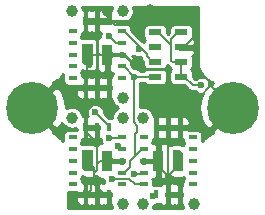
<source format=gbr>
G04 #@! TF.GenerationSoftware,KiCad,Pcbnew,(5.1.0-0)*
G04 #@! TF.CreationDate,2019-06-18T08:50:15-07:00*
G04 #@! TF.ProjectId,airdata,61697264-6174-4612-9e6b-696361645f70,rev?*
G04 #@! TF.SameCoordinates,Original*
G04 #@! TF.FileFunction,Copper,L1,Top*
G04 #@! TF.FilePolarity,Positive*
%FSLAX46Y46*%
G04 Gerber Fmt 4.6, Leading zero omitted, Abs format (unit mm)*
G04 Created by KiCad (PCBNEW (5.1.0-0)) date 2019-06-18 08:50:15*
%MOMM*%
%LPD*%
G04 APERTURE LIST*
%ADD10C,0.700000*%
%ADD11C,4.400000*%
%ADD12R,0.900000X1.800000*%
%ADD13C,0.500000*%
%ADD14C,0.100000*%
%ADD15C,1.000000*%
%ADD16R,0.400000X0.750000*%
%ADD17R,0.750000X0.400000*%
%ADD18R,1.100000X0.600000*%
%ADD19C,0.600000*%
%ADD20C,0.800000*%
%ADD21C,0.160000*%
%ADD22C,0.250000*%
%ADD23C,0.254000*%
G04 APERTURE END LIST*
D10*
X50666726Y-51833274D03*
X49500000Y-51350000D03*
X48333274Y-51833274D03*
X47850000Y-53000000D03*
X48333274Y-54166726D03*
X49500000Y-54650000D03*
X50666726Y-54166726D03*
X51150000Y-53000000D03*
D11*
X49500000Y-53000000D03*
D10*
X33666726Y-51833274D03*
X32500000Y-51350000D03*
X31333274Y-51833274D03*
X30850000Y-53000000D03*
X31333274Y-54166726D03*
X32500000Y-54650000D03*
X33666726Y-54166726D03*
X34150000Y-53000000D03*
D11*
X32500000Y-53000000D03*
D12*
X38850000Y-48500000D03*
D13*
X37150000Y-48500000D03*
D14*
G36*
X37600000Y-47600000D02*
G01*
X37600000Y-49400000D01*
X37000000Y-49400000D01*
X36700000Y-49100000D01*
X36700000Y-47600000D01*
X37600000Y-47600000D01*
X37600000Y-47600000D01*
G37*
D15*
X40150000Y-52150000D03*
X40150000Y-44850000D03*
X35850000Y-44850000D03*
D16*
X37000000Y-51325000D03*
X38000000Y-51325000D03*
X39000000Y-51325000D03*
X39000000Y-45675000D03*
X38000000Y-45675000D03*
X37000000Y-45675000D03*
D17*
X40075000Y-50500000D03*
X40075000Y-49500000D03*
X40075000Y-48500000D03*
X40075000Y-47500000D03*
X40075000Y-46500000D03*
X35925000Y-46500000D03*
X35925000Y-47500000D03*
X35925000Y-48500000D03*
X35925000Y-49500000D03*
X35925000Y-50500000D03*
D12*
X38850000Y-57500000D03*
D13*
X37150000Y-57500000D03*
D14*
G36*
X37600000Y-56600000D02*
G01*
X37600000Y-58400000D01*
X37000000Y-58400000D01*
X36700000Y-58100000D01*
X36700000Y-56600000D01*
X37600000Y-56600000D01*
X37600000Y-56600000D01*
G37*
D15*
X40150000Y-61150000D03*
X40150000Y-53850000D03*
X35850000Y-53850000D03*
D16*
X37000000Y-60325000D03*
X38000000Y-60325000D03*
X39000000Y-60325000D03*
X39000000Y-54675000D03*
X38000000Y-54675000D03*
X37000000Y-54675000D03*
D17*
X40075000Y-59500000D03*
X40075000Y-58500000D03*
X40075000Y-57500000D03*
X40075000Y-56500000D03*
X40075000Y-55500000D03*
X35925000Y-55500000D03*
X35925000Y-56500000D03*
X35925000Y-57500000D03*
X35925000Y-58500000D03*
X35925000Y-59500000D03*
X46075000Y-55500000D03*
X46075000Y-56500000D03*
X46075000Y-57500000D03*
X46075000Y-58500000D03*
X46075000Y-59500000D03*
X41925000Y-59500000D03*
X41925000Y-58500000D03*
X41925000Y-57500000D03*
X41925000Y-56500000D03*
X41925000Y-55500000D03*
D16*
X45000000Y-60325000D03*
X44000000Y-60325000D03*
X43000000Y-60325000D03*
X43000000Y-54675000D03*
X44000000Y-54675000D03*
X45000000Y-54675000D03*
D15*
X46150000Y-61150000D03*
X41850000Y-61150000D03*
X41850000Y-53850000D03*
D13*
X44850000Y-57500000D03*
D14*
G36*
X44400000Y-58400000D02*
G01*
X44400000Y-56600000D01*
X45000000Y-56600000D01*
X45300000Y-56900000D01*
X45300000Y-58400000D01*
X44400000Y-58400000D01*
X44400000Y-58400000D01*
G37*
D12*
X43150000Y-57500000D03*
D18*
X42900000Y-47875000D03*
X42900000Y-46625000D03*
X42900000Y-49125000D03*
X42900000Y-50375000D03*
X45100000Y-50375000D03*
X45100000Y-49125000D03*
X45100000Y-46625000D03*
X45100000Y-47875000D03*
D19*
X41500000Y-48000000D03*
X39000000Y-55550060D03*
X39250000Y-59000000D03*
X46800000Y-51100000D03*
X39000000Y-46900000D03*
X39750000Y-56249974D03*
X41087131Y-58612869D03*
X46400000Y-46200000D03*
X37300000Y-49400000D03*
X36200000Y-51400000D03*
X44000000Y-58770002D03*
X45082446Y-59572714D03*
X43250000Y-52000000D03*
X39000000Y-53250000D03*
X37500000Y-59250000D03*
D20*
X42500000Y-44675026D03*
X38800000Y-44900000D03*
D19*
X41125000Y-50375000D03*
X37839988Y-53400000D03*
X42750000Y-60500000D03*
D21*
X42650000Y-49125000D02*
X42900000Y-49125000D01*
X42190000Y-48665000D02*
X42650000Y-49125000D01*
X42190000Y-48440000D02*
X42190000Y-48665000D01*
X41625000Y-47875000D02*
X41500000Y-48000000D01*
X40250000Y-46500000D02*
X41625000Y-47875000D01*
X41625000Y-47875000D02*
X42190000Y-48440000D01*
X39424264Y-55550060D02*
X39000000Y-55550060D01*
X40199940Y-55550060D02*
X39424264Y-55550060D01*
X40250000Y-55500000D02*
X40199940Y-55550060D01*
X39269999Y-59019999D02*
X39250000Y-59000000D01*
X40674001Y-59019999D02*
X39269999Y-59019999D01*
X41154002Y-59500000D02*
X40674001Y-59019999D01*
X41750000Y-59500000D02*
X41154002Y-59500000D01*
X45350000Y-50375000D02*
X46075000Y-51100000D01*
X46075000Y-51100000D02*
X46800000Y-51100000D01*
X45100000Y-50375000D02*
X45350000Y-50375000D01*
X45100000Y-50375000D02*
X45100000Y-49125000D01*
X44850000Y-46625000D02*
X45100000Y-46625000D01*
X44269999Y-47205001D02*
X44850000Y-46625000D01*
X44390000Y-49125000D02*
X44269999Y-49004999D01*
X45100000Y-49125000D02*
X44390000Y-49125000D01*
X44155001Y-47630001D02*
X44269999Y-47630001D01*
X43150000Y-46625000D02*
X44155001Y-47630001D01*
X42900000Y-46625000D02*
X43150000Y-46625000D01*
X44269999Y-47630001D02*
X44269999Y-47205001D01*
X44269999Y-49004999D02*
X44269999Y-47630001D01*
X39600000Y-47500000D02*
X39000000Y-46900000D01*
X40250000Y-47500000D02*
X39600000Y-47500000D01*
X40200027Y-56549973D02*
X40049999Y-56549973D01*
X40049999Y-56549973D02*
X39750000Y-56249974D01*
X40250000Y-56500000D02*
X40200027Y-56549973D01*
X41511395Y-58612869D02*
X41087131Y-58612869D01*
X41637131Y-58612869D02*
X41511395Y-58612869D01*
X41750000Y-58500000D02*
X41637131Y-58612869D01*
X45350000Y-47875000D02*
X45100000Y-47875000D01*
X46100001Y-47124999D02*
X45350000Y-47875000D01*
X46100001Y-46499999D02*
X46100001Y-47124999D01*
X46400000Y-46200000D02*
X46100001Y-46499999D01*
X37300000Y-48650000D02*
X37150000Y-48500000D01*
X37300000Y-49400000D02*
X37300000Y-48650000D01*
X40250000Y-48500000D02*
X38850000Y-48500000D01*
X36900000Y-51400000D02*
X37000000Y-51500000D01*
X36200000Y-51400000D02*
X36900000Y-51400000D01*
X45000000Y-60500000D02*
X45082446Y-60417554D01*
X45082446Y-59996978D02*
X45082446Y-59572714D01*
X45082446Y-60417554D02*
X45082446Y-59996978D01*
X44850000Y-57920002D02*
X44850000Y-57500000D01*
X44000000Y-58770002D02*
X44850000Y-57920002D01*
X43150000Y-57920002D02*
X43150000Y-57500000D01*
X44000000Y-58770002D02*
X43150000Y-57920002D01*
X44000000Y-58770002D02*
X44000000Y-60500000D01*
X44802712Y-59572714D02*
X44000000Y-58770002D01*
X45082446Y-59572714D02*
X44802712Y-59572714D01*
X43150000Y-54650000D02*
X43000000Y-54500000D01*
X43150000Y-57500000D02*
X43150000Y-54650000D01*
X43000000Y-52250000D02*
X43250000Y-52000000D01*
X43000000Y-54500000D02*
X43000000Y-52250000D01*
X44000000Y-58770002D02*
X44000000Y-54500000D01*
X44000000Y-52750000D02*
X43250000Y-52000000D01*
X44000000Y-54500000D02*
X44000000Y-52750000D01*
X45000000Y-53750000D02*
X43250000Y-52000000D01*
X45000000Y-54500000D02*
X45000000Y-53750000D01*
X38240000Y-57500000D02*
X38850000Y-57500000D01*
X38000000Y-57740000D02*
X38240000Y-57500000D01*
X38850000Y-57500000D02*
X40250000Y-57500000D01*
X38000000Y-58250000D02*
X38000000Y-57740000D01*
X37000000Y-55000000D02*
X38000000Y-56000000D01*
X37000000Y-54500000D02*
X37000000Y-55000000D01*
X38000000Y-56000000D02*
X38000000Y-58250000D01*
X38000000Y-54500000D02*
X38000000Y-56000000D01*
X37000000Y-51500000D02*
X37000000Y-54500000D01*
X37150000Y-51350000D02*
X37000000Y-51500000D01*
X37150000Y-48500000D02*
X37150000Y-51350000D01*
X38000000Y-48260000D02*
X38000000Y-45500000D01*
X38240000Y-48500000D02*
X38000000Y-48260000D01*
X38850000Y-48500000D02*
X38240000Y-48500000D01*
X37700000Y-48500000D02*
X38850000Y-48500000D01*
X37150000Y-48500000D02*
X37700000Y-48500000D01*
X46400000Y-46200000D02*
X46400000Y-49650000D01*
X46400000Y-49650000D02*
X47500000Y-50750000D01*
X47500000Y-51000000D02*
X49500000Y-53000000D01*
X47500000Y-50750000D02*
X47500000Y-51000000D01*
X47500000Y-51000000D02*
X47500000Y-51250000D01*
X47500000Y-51250000D02*
X46750000Y-52000000D01*
X39519999Y-46019999D02*
X41230001Y-46019999D01*
X39000000Y-45500000D02*
X39519999Y-46019999D01*
X41230001Y-46019999D02*
X42000000Y-45250000D01*
X42000000Y-45250000D02*
X45450000Y-45250000D01*
X34100000Y-51400000D02*
X32500000Y-53000000D01*
X36200000Y-51400000D02*
X34100000Y-51400000D01*
X37000000Y-51500000D02*
X38000000Y-51500000D01*
X38000000Y-51500000D02*
X39000000Y-51500000D01*
X39000000Y-53250000D02*
X39000000Y-51500000D01*
X37000000Y-45500000D02*
X38000000Y-45500000D01*
X38000000Y-45500000D02*
X39000000Y-45500000D01*
X38000000Y-59750000D02*
X37799999Y-59549999D01*
X37150000Y-57500000D02*
X37750000Y-58100000D01*
X38000000Y-58250000D02*
X37750000Y-58500000D01*
X37799999Y-58950001D02*
X37500000Y-59250000D01*
X38000000Y-60500000D02*
X38000000Y-59750000D01*
X37750000Y-58100000D02*
X37750000Y-58825736D01*
X37750000Y-58500000D02*
X37750000Y-58825736D01*
X39000000Y-60500000D02*
X38750000Y-60500000D01*
X37799999Y-59549999D02*
X37500000Y-59250000D01*
X38750000Y-60500000D02*
X37799999Y-59549999D01*
X37799999Y-58875735D02*
X37799999Y-58950001D01*
X37000000Y-60500000D02*
X37500000Y-60000000D01*
X37500000Y-60000000D02*
X37500000Y-59674264D01*
X37500000Y-59674264D02*
X37500000Y-59250000D01*
X37750000Y-58825736D02*
X37799999Y-58875735D01*
D22*
X41500000Y-49750000D02*
X43850000Y-49750000D01*
X40250000Y-48500000D02*
X41500000Y-49750000D01*
X43850000Y-49750000D02*
X44100000Y-50000000D01*
D21*
X44100000Y-52000000D02*
X43250000Y-52000000D01*
D22*
X44100000Y-50000000D02*
X44100000Y-52000000D01*
D21*
X46750000Y-52000000D02*
X44100000Y-52000000D01*
D22*
X46400000Y-46200000D02*
X45450000Y-45250000D01*
X44875026Y-44675026D02*
X43065685Y-44675026D01*
X43065685Y-44675026D02*
X42500000Y-44675026D01*
X45450000Y-45250000D02*
X44875026Y-44675026D01*
X39175001Y-45675001D02*
X39000000Y-45500000D01*
X41500025Y-45675001D02*
X39175001Y-45675001D01*
X42500000Y-44675026D02*
X41500025Y-45675001D01*
X39000000Y-45100000D02*
X38800000Y-44900000D01*
X39000000Y-45500000D02*
X39000000Y-45100000D01*
X38000000Y-45500000D02*
X38000000Y-51500000D01*
D21*
X40730001Y-58019999D02*
X40730001Y-57519999D01*
X40250000Y-58500000D02*
X40730001Y-58019999D01*
X41175000Y-57075000D02*
X41750000Y-56500000D01*
X40730001Y-57519999D02*
X41175000Y-57075000D01*
X41125000Y-50375000D02*
X42900000Y-50375000D01*
X40250000Y-49500000D02*
X41125000Y-50375000D01*
X41125000Y-50375000D02*
X41125000Y-50799264D01*
X41380002Y-54521598D02*
X41380002Y-55019999D01*
X41380002Y-55019999D02*
X41175000Y-55225001D01*
X41069999Y-50854265D02*
X41069999Y-54211595D01*
X41069999Y-54211595D02*
X41380002Y-54521598D01*
X41125000Y-50799264D02*
X41069999Y-50854265D01*
X41175000Y-55225001D02*
X41175000Y-57075000D01*
X39000000Y-54500000D02*
X38939988Y-54500000D01*
X38939988Y-54500000D02*
X38139987Y-53699999D01*
X38139987Y-53699999D02*
X37839988Y-53400000D01*
X42750000Y-60500000D02*
X43000000Y-60500000D01*
D23*
G36*
X37948815Y-58851185D02*
G01*
X38045506Y-58930537D01*
X38155820Y-58989502D01*
X38275518Y-59025812D01*
X38400000Y-59038072D01*
X38515000Y-59035921D01*
X38515000Y-59072391D01*
X38543246Y-59214391D01*
X38598508Y-59347806D01*
X38542374Y-59366249D01*
X38500000Y-59390163D01*
X38457626Y-59366249D01*
X38338791Y-59327206D01*
X38231750Y-59315000D01*
X38073000Y-59473750D01*
X38073000Y-60198000D01*
X38927000Y-60198000D01*
X38927000Y-60178000D01*
X39073000Y-60178000D01*
X39073000Y-60198000D01*
X39147000Y-60198000D01*
X39147000Y-60452000D01*
X39073000Y-60452000D01*
X39073000Y-61176250D01*
X39231750Y-61335000D01*
X39233443Y-61334807D01*
X39250932Y-61422729D01*
X39278796Y-61490000D01*
X35510000Y-61490000D01*
X35510000Y-60685377D01*
X36162096Y-60685377D01*
X36171500Y-60810107D01*
X36205057Y-60930605D01*
X36261478Y-61042242D01*
X36338593Y-61140726D01*
X36433440Y-61222274D01*
X36542374Y-61283751D01*
X36661209Y-61322794D01*
X36768250Y-61335000D01*
X36927000Y-61176250D01*
X36927000Y-60452000D01*
X37073000Y-60452000D01*
X37073000Y-61176250D01*
X37231750Y-61335000D01*
X37338791Y-61322794D01*
X37457626Y-61283751D01*
X37500000Y-61259837D01*
X37542374Y-61283751D01*
X37661209Y-61322794D01*
X37768250Y-61335000D01*
X37927000Y-61176250D01*
X37927000Y-60452000D01*
X38073000Y-60452000D01*
X38073000Y-61176250D01*
X38231750Y-61335000D01*
X38338791Y-61322794D01*
X38457626Y-61283751D01*
X38500000Y-61259837D01*
X38542374Y-61283751D01*
X38661209Y-61322794D01*
X38768250Y-61335000D01*
X38927000Y-61176250D01*
X38927000Y-60452000D01*
X38073000Y-60452000D01*
X37927000Y-60452000D01*
X37073000Y-60452000D01*
X36927000Y-60452000D01*
X36323750Y-60452000D01*
X36165000Y-60610750D01*
X36162096Y-60685377D01*
X35510000Y-60685377D01*
X35510000Y-60133164D01*
X35550000Y-60137104D01*
X36262854Y-60137104D01*
X36323750Y-60198000D01*
X36927000Y-60198000D01*
X36927000Y-59473750D01*
X37073000Y-59473750D01*
X37073000Y-60198000D01*
X37927000Y-60198000D01*
X37927000Y-59473750D01*
X37768250Y-59315000D01*
X37661209Y-59327206D01*
X37542374Y-59366249D01*
X37500000Y-59390163D01*
X37457626Y-59366249D01*
X37338791Y-59327206D01*
X37231750Y-59315000D01*
X37073000Y-59473750D01*
X36927000Y-59473750D01*
X36768250Y-59315000D01*
X36737104Y-59318552D01*
X36737104Y-59300000D01*
X36728705Y-59214725D01*
X36703831Y-59132728D01*
X36663439Y-59057158D01*
X36616530Y-59000000D01*
X36663439Y-58942842D01*
X36703831Y-58867272D01*
X36716768Y-58824624D01*
X36804656Y-58871602D01*
X36900415Y-58900650D01*
X37000000Y-58910458D01*
X37600000Y-58910458D01*
X37699585Y-58900650D01*
X37795344Y-58871602D01*
X37883595Y-58824430D01*
X37909447Y-58803214D01*
X37948815Y-58851185D01*
X37948815Y-58851185D01*
G37*
X37948815Y-58851185D02*
X38045506Y-58930537D01*
X38155820Y-58989502D01*
X38275518Y-59025812D01*
X38400000Y-59038072D01*
X38515000Y-59035921D01*
X38515000Y-59072391D01*
X38543246Y-59214391D01*
X38598508Y-59347806D01*
X38542374Y-59366249D01*
X38500000Y-59390163D01*
X38457626Y-59366249D01*
X38338791Y-59327206D01*
X38231750Y-59315000D01*
X38073000Y-59473750D01*
X38073000Y-60198000D01*
X38927000Y-60198000D01*
X38927000Y-60178000D01*
X39073000Y-60178000D01*
X39073000Y-60198000D01*
X39147000Y-60198000D01*
X39147000Y-60452000D01*
X39073000Y-60452000D01*
X39073000Y-61176250D01*
X39231750Y-61335000D01*
X39233443Y-61334807D01*
X39250932Y-61422729D01*
X39278796Y-61490000D01*
X35510000Y-61490000D01*
X35510000Y-60685377D01*
X36162096Y-60685377D01*
X36171500Y-60810107D01*
X36205057Y-60930605D01*
X36261478Y-61042242D01*
X36338593Y-61140726D01*
X36433440Y-61222274D01*
X36542374Y-61283751D01*
X36661209Y-61322794D01*
X36768250Y-61335000D01*
X36927000Y-61176250D01*
X36927000Y-60452000D01*
X37073000Y-60452000D01*
X37073000Y-61176250D01*
X37231750Y-61335000D01*
X37338791Y-61322794D01*
X37457626Y-61283751D01*
X37500000Y-61259837D01*
X37542374Y-61283751D01*
X37661209Y-61322794D01*
X37768250Y-61335000D01*
X37927000Y-61176250D01*
X37927000Y-60452000D01*
X38073000Y-60452000D01*
X38073000Y-61176250D01*
X38231750Y-61335000D01*
X38338791Y-61322794D01*
X38457626Y-61283751D01*
X38500000Y-61259837D01*
X38542374Y-61283751D01*
X38661209Y-61322794D01*
X38768250Y-61335000D01*
X38927000Y-61176250D01*
X38927000Y-60452000D01*
X38073000Y-60452000D01*
X37927000Y-60452000D01*
X37073000Y-60452000D01*
X36927000Y-60452000D01*
X36323750Y-60452000D01*
X36165000Y-60610750D01*
X36162096Y-60685377D01*
X35510000Y-60685377D01*
X35510000Y-60133164D01*
X35550000Y-60137104D01*
X36262854Y-60137104D01*
X36323750Y-60198000D01*
X36927000Y-60198000D01*
X36927000Y-59473750D01*
X37073000Y-59473750D01*
X37073000Y-60198000D01*
X37927000Y-60198000D01*
X37927000Y-59473750D01*
X37768250Y-59315000D01*
X37661209Y-59327206D01*
X37542374Y-59366249D01*
X37500000Y-59390163D01*
X37457626Y-59366249D01*
X37338791Y-59327206D01*
X37231750Y-59315000D01*
X37073000Y-59473750D01*
X36927000Y-59473750D01*
X36768250Y-59315000D01*
X36737104Y-59318552D01*
X36737104Y-59300000D01*
X36728705Y-59214725D01*
X36703831Y-59132728D01*
X36663439Y-59057158D01*
X36616530Y-59000000D01*
X36663439Y-58942842D01*
X36703831Y-58867272D01*
X36716768Y-58824624D01*
X36804656Y-58871602D01*
X36900415Y-58900650D01*
X37000000Y-58910458D01*
X37600000Y-58910458D01*
X37699585Y-58900650D01*
X37795344Y-58871602D01*
X37883595Y-58824430D01*
X37909447Y-58803214D01*
X37948815Y-58851185D01*
G36*
X43904078Y-49370920D02*
G01*
X43923726Y-49387045D01*
X44007954Y-49471273D01*
X44024079Y-49490921D01*
X44102497Y-49555278D01*
X44141226Y-49575979D01*
X44146169Y-49592272D01*
X44186561Y-49667842D01*
X44240921Y-49734079D01*
X44260321Y-49750000D01*
X44240921Y-49765921D01*
X44186561Y-49832158D01*
X44146169Y-49907728D01*
X44121295Y-49989725D01*
X44112896Y-50075000D01*
X44112896Y-50675000D01*
X44121295Y-50760275D01*
X44146169Y-50842272D01*
X44186561Y-50917842D01*
X44240921Y-50984079D01*
X44307158Y-51038439D01*
X44382728Y-51078831D01*
X44464725Y-51103705D01*
X44550000Y-51112104D01*
X45358784Y-51112104D01*
X45692959Y-51446279D01*
X45709079Y-51465921D01*
X45728721Y-51482041D01*
X45728724Y-51482044D01*
X45787496Y-51530278D01*
X45876964Y-51578099D01*
X45899282Y-51584869D01*
X45974043Y-51607548D01*
X46049707Y-51615000D01*
X46049717Y-51615000D01*
X46075000Y-51617490D01*
X46100282Y-51615000D01*
X46275553Y-51615000D01*
X46331465Y-51670912D01*
X46451847Y-51751348D01*
X46585609Y-51806754D01*
X46727609Y-51835000D01*
X46872391Y-51835000D01*
X46913581Y-51826807D01*
X46862359Y-51923877D01*
X46703099Y-52459133D01*
X46651322Y-53015174D01*
X46709019Y-53570632D01*
X46873972Y-54104161D01*
X47122982Y-54570024D01*
X47510225Y-54810170D01*
X49320395Y-53000000D01*
X49306253Y-52985858D01*
X49485858Y-52806253D01*
X49500000Y-52820395D01*
X49514143Y-52806253D01*
X49693748Y-52985858D01*
X49679605Y-53000000D01*
X49693748Y-53014143D01*
X49514143Y-53193748D01*
X49500000Y-53179605D01*
X47689830Y-54989775D01*
X47775367Y-55127706D01*
X47767916Y-55130013D01*
X47725269Y-55147940D01*
X47682446Y-55165242D01*
X47676167Y-55168580D01*
X47676158Y-55168584D01*
X47676151Y-55168589D01*
X47418642Y-55307824D01*
X47380326Y-55333669D01*
X47341644Y-55358981D01*
X47336125Y-55363482D01*
X47110558Y-55550087D01*
X47077969Y-55582904D01*
X47044962Y-55615227D01*
X47040428Y-55620708D01*
X47040422Y-55620714D01*
X47040418Y-55620721D01*
X46862416Y-55838972D01*
X46878705Y-55785275D01*
X46887104Y-55700000D01*
X46887104Y-55300000D01*
X46878705Y-55214725D01*
X46853831Y-55132728D01*
X46813439Y-55057158D01*
X46759079Y-54990921D01*
X46692842Y-54936561D01*
X46617272Y-54896169D01*
X46535275Y-54871295D01*
X46450000Y-54862896D01*
X45737146Y-54862896D01*
X45676250Y-54802000D01*
X45073000Y-54802000D01*
X45073000Y-55526250D01*
X45231750Y-55685000D01*
X45262896Y-55681448D01*
X45262896Y-55700000D01*
X45271295Y-55785275D01*
X45296169Y-55867272D01*
X45336561Y-55942842D01*
X45383470Y-56000000D01*
X45336561Y-56057158D01*
X45296169Y-56132728D01*
X45283232Y-56175376D01*
X45195344Y-56128398D01*
X45099585Y-56099350D01*
X45000000Y-56089542D01*
X44400000Y-56089542D01*
X44300415Y-56099350D01*
X44204656Y-56128398D01*
X44116405Y-56175570D01*
X44090553Y-56196786D01*
X44051185Y-56148815D01*
X43954494Y-56069463D01*
X43844180Y-56010498D01*
X43724482Y-55974188D01*
X43600000Y-55961928D01*
X43435750Y-55965000D01*
X43277000Y-56123750D01*
X43277000Y-57373000D01*
X43297000Y-57373000D01*
X43297000Y-57627000D01*
X43277000Y-57627000D01*
X43277000Y-58876250D01*
X43435750Y-59035000D01*
X43600000Y-59038072D01*
X43724482Y-59025812D01*
X43844180Y-58989502D01*
X43954494Y-58930537D01*
X44051185Y-58851185D01*
X44090553Y-58803214D01*
X44116405Y-58824430D01*
X44204656Y-58871602D01*
X44300415Y-58900650D01*
X44400000Y-58910458D01*
X45300000Y-58910458D01*
X45318289Y-58908657D01*
X45336561Y-58942842D01*
X45383470Y-59000000D01*
X45336561Y-59057158D01*
X45296169Y-59132728D01*
X45271295Y-59214725D01*
X45262896Y-59300000D01*
X45262896Y-59318552D01*
X45231750Y-59315000D01*
X45073000Y-59473750D01*
X45073000Y-60198000D01*
X45147000Y-60198000D01*
X45147000Y-60452000D01*
X45073000Y-60452000D01*
X45073000Y-61176250D01*
X45231750Y-61335000D01*
X45233443Y-61334807D01*
X45250932Y-61422729D01*
X45278796Y-61490000D01*
X42721204Y-61490000D01*
X42749068Y-61422729D01*
X42785000Y-61242089D01*
X42785000Y-61235000D01*
X42822391Y-61235000D01*
X42964391Y-61206754D01*
X43098153Y-61151348D01*
X43119471Y-61137104D01*
X43200000Y-61137104D01*
X43285275Y-61128705D01*
X43320753Y-61117943D01*
X43338593Y-61140726D01*
X43433440Y-61222274D01*
X43542374Y-61283751D01*
X43661209Y-61322794D01*
X43768250Y-61335000D01*
X43927000Y-61176250D01*
X43927000Y-60452000D01*
X44073000Y-60452000D01*
X44073000Y-61176250D01*
X44231750Y-61335000D01*
X44338791Y-61322794D01*
X44457626Y-61283751D01*
X44500000Y-61259837D01*
X44542374Y-61283751D01*
X44661209Y-61322794D01*
X44768250Y-61335000D01*
X44927000Y-61176250D01*
X44927000Y-60452000D01*
X44073000Y-60452000D01*
X43927000Y-60452000D01*
X43853000Y-60452000D01*
X43853000Y-60198000D01*
X43927000Y-60198000D01*
X43927000Y-59473750D01*
X44073000Y-59473750D01*
X44073000Y-60198000D01*
X44927000Y-60198000D01*
X44927000Y-59473750D01*
X44768250Y-59315000D01*
X44661209Y-59327206D01*
X44542374Y-59366249D01*
X44500000Y-59390163D01*
X44457626Y-59366249D01*
X44338791Y-59327206D01*
X44231750Y-59315000D01*
X44073000Y-59473750D01*
X43927000Y-59473750D01*
X43768250Y-59315000D01*
X43661209Y-59327206D01*
X43542374Y-59366249D01*
X43433440Y-59427726D01*
X43338593Y-59509274D01*
X43320753Y-59532057D01*
X43285275Y-59521295D01*
X43200000Y-59512896D01*
X42800000Y-59512896D01*
X42737104Y-59519091D01*
X42737104Y-59300000D01*
X42728705Y-59214725D01*
X42703831Y-59132728D01*
X42663439Y-59057158D01*
X42643183Y-59032476D01*
X42700000Y-59038072D01*
X42864250Y-59035000D01*
X43023000Y-58876250D01*
X43023000Y-57627000D01*
X42830250Y-57627000D01*
X42776250Y-57573000D01*
X42052000Y-57573000D01*
X42052000Y-57647000D01*
X41798000Y-57647000D01*
X41798000Y-57573000D01*
X41778000Y-57573000D01*
X41778000Y-57427000D01*
X41798000Y-57427000D01*
X41798000Y-57353000D01*
X42052000Y-57353000D01*
X42052000Y-57427000D01*
X42776250Y-57427000D01*
X42830250Y-57373000D01*
X43023000Y-57373000D01*
X43023000Y-56123750D01*
X42864250Y-55965000D01*
X42700000Y-55961928D01*
X42643183Y-55967524D01*
X42663439Y-55942842D01*
X42703831Y-55867272D01*
X42728705Y-55785275D01*
X42737104Y-55700000D01*
X42737104Y-55681448D01*
X42768250Y-55685000D01*
X42927000Y-55526250D01*
X42927000Y-54802000D01*
X43073000Y-54802000D01*
X43073000Y-55526250D01*
X43231750Y-55685000D01*
X43338791Y-55672794D01*
X43457626Y-55633751D01*
X43500000Y-55609837D01*
X43542374Y-55633751D01*
X43661209Y-55672794D01*
X43768250Y-55685000D01*
X43927000Y-55526250D01*
X43927000Y-54802000D01*
X44073000Y-54802000D01*
X44073000Y-55526250D01*
X44231750Y-55685000D01*
X44338791Y-55672794D01*
X44457626Y-55633751D01*
X44500000Y-55609837D01*
X44542374Y-55633751D01*
X44661209Y-55672794D01*
X44768250Y-55685000D01*
X44927000Y-55526250D01*
X44927000Y-54802000D01*
X44073000Y-54802000D01*
X43927000Y-54802000D01*
X43073000Y-54802000D01*
X42927000Y-54802000D01*
X42853000Y-54802000D01*
X42853000Y-54548000D01*
X42927000Y-54548000D01*
X42927000Y-53823750D01*
X43073000Y-53823750D01*
X43073000Y-54548000D01*
X43927000Y-54548000D01*
X43927000Y-53823750D01*
X44073000Y-53823750D01*
X44073000Y-54548000D01*
X44927000Y-54548000D01*
X44927000Y-53823750D01*
X45073000Y-53823750D01*
X45073000Y-54548000D01*
X45676250Y-54548000D01*
X45835000Y-54389250D01*
X45837904Y-54314623D01*
X45828500Y-54189893D01*
X45794943Y-54069395D01*
X45738522Y-53957758D01*
X45661407Y-53859274D01*
X45566560Y-53777726D01*
X45457626Y-53716249D01*
X45338791Y-53677206D01*
X45231750Y-53665000D01*
X45073000Y-53823750D01*
X44927000Y-53823750D01*
X44768250Y-53665000D01*
X44661209Y-53677206D01*
X44542374Y-53716249D01*
X44500000Y-53740163D01*
X44457626Y-53716249D01*
X44338791Y-53677206D01*
X44231750Y-53665000D01*
X44073000Y-53823750D01*
X43927000Y-53823750D01*
X43768250Y-53665000D01*
X43661209Y-53677206D01*
X43542374Y-53716249D01*
X43500000Y-53740163D01*
X43457626Y-53716249D01*
X43338791Y-53677206D01*
X43231750Y-53665000D01*
X43073000Y-53823750D01*
X42927000Y-53823750D01*
X42768250Y-53665000D01*
X42766557Y-53665193D01*
X42749068Y-53577271D01*
X42678586Y-53407111D01*
X42576262Y-53253972D01*
X42446028Y-53123738D01*
X42292889Y-53021414D01*
X42122729Y-52950932D01*
X41942089Y-52915000D01*
X41757911Y-52915000D01*
X41584999Y-52949395D01*
X41584999Y-51031162D01*
X41603099Y-50997299D01*
X41629640Y-50909807D01*
X41649447Y-50890000D01*
X41971680Y-50890000D01*
X41986561Y-50917842D01*
X42040921Y-50984079D01*
X42107158Y-51038439D01*
X42182728Y-51078831D01*
X42264725Y-51103705D01*
X42350000Y-51112104D01*
X43450000Y-51112104D01*
X43535275Y-51103705D01*
X43617272Y-51078831D01*
X43692842Y-51038439D01*
X43759079Y-50984079D01*
X43813439Y-50917842D01*
X43853831Y-50842272D01*
X43878705Y-50760275D01*
X43887104Y-50675000D01*
X43887104Y-50075000D01*
X43878705Y-49989725D01*
X43853831Y-49907728D01*
X43813439Y-49832158D01*
X43759079Y-49765921D01*
X43739679Y-49750000D01*
X43759079Y-49734079D01*
X43813439Y-49667842D01*
X43853831Y-49592272D01*
X43878705Y-49510275D01*
X43887104Y-49425000D01*
X43887104Y-49350237D01*
X43904078Y-49370920D01*
X43904078Y-49370920D01*
G37*
X43904078Y-49370920D02*
X43923726Y-49387045D01*
X44007954Y-49471273D01*
X44024079Y-49490921D01*
X44102497Y-49555278D01*
X44141226Y-49575979D01*
X44146169Y-49592272D01*
X44186561Y-49667842D01*
X44240921Y-49734079D01*
X44260321Y-49750000D01*
X44240921Y-49765921D01*
X44186561Y-49832158D01*
X44146169Y-49907728D01*
X44121295Y-49989725D01*
X44112896Y-50075000D01*
X44112896Y-50675000D01*
X44121295Y-50760275D01*
X44146169Y-50842272D01*
X44186561Y-50917842D01*
X44240921Y-50984079D01*
X44307158Y-51038439D01*
X44382728Y-51078831D01*
X44464725Y-51103705D01*
X44550000Y-51112104D01*
X45358784Y-51112104D01*
X45692959Y-51446279D01*
X45709079Y-51465921D01*
X45728721Y-51482041D01*
X45728724Y-51482044D01*
X45787496Y-51530278D01*
X45876964Y-51578099D01*
X45899282Y-51584869D01*
X45974043Y-51607548D01*
X46049707Y-51615000D01*
X46049717Y-51615000D01*
X46075000Y-51617490D01*
X46100282Y-51615000D01*
X46275553Y-51615000D01*
X46331465Y-51670912D01*
X46451847Y-51751348D01*
X46585609Y-51806754D01*
X46727609Y-51835000D01*
X46872391Y-51835000D01*
X46913581Y-51826807D01*
X46862359Y-51923877D01*
X46703099Y-52459133D01*
X46651322Y-53015174D01*
X46709019Y-53570632D01*
X46873972Y-54104161D01*
X47122982Y-54570024D01*
X47510225Y-54810170D01*
X49320395Y-53000000D01*
X49306253Y-52985858D01*
X49485858Y-52806253D01*
X49500000Y-52820395D01*
X49514143Y-52806253D01*
X49693748Y-52985858D01*
X49679605Y-53000000D01*
X49693748Y-53014143D01*
X49514143Y-53193748D01*
X49500000Y-53179605D01*
X47689830Y-54989775D01*
X47775367Y-55127706D01*
X47767916Y-55130013D01*
X47725269Y-55147940D01*
X47682446Y-55165242D01*
X47676167Y-55168580D01*
X47676158Y-55168584D01*
X47676151Y-55168589D01*
X47418642Y-55307824D01*
X47380326Y-55333669D01*
X47341644Y-55358981D01*
X47336125Y-55363482D01*
X47110558Y-55550087D01*
X47077969Y-55582904D01*
X47044962Y-55615227D01*
X47040428Y-55620708D01*
X47040422Y-55620714D01*
X47040418Y-55620721D01*
X46862416Y-55838972D01*
X46878705Y-55785275D01*
X46887104Y-55700000D01*
X46887104Y-55300000D01*
X46878705Y-55214725D01*
X46853831Y-55132728D01*
X46813439Y-55057158D01*
X46759079Y-54990921D01*
X46692842Y-54936561D01*
X46617272Y-54896169D01*
X46535275Y-54871295D01*
X46450000Y-54862896D01*
X45737146Y-54862896D01*
X45676250Y-54802000D01*
X45073000Y-54802000D01*
X45073000Y-55526250D01*
X45231750Y-55685000D01*
X45262896Y-55681448D01*
X45262896Y-55700000D01*
X45271295Y-55785275D01*
X45296169Y-55867272D01*
X45336561Y-55942842D01*
X45383470Y-56000000D01*
X45336561Y-56057158D01*
X45296169Y-56132728D01*
X45283232Y-56175376D01*
X45195344Y-56128398D01*
X45099585Y-56099350D01*
X45000000Y-56089542D01*
X44400000Y-56089542D01*
X44300415Y-56099350D01*
X44204656Y-56128398D01*
X44116405Y-56175570D01*
X44090553Y-56196786D01*
X44051185Y-56148815D01*
X43954494Y-56069463D01*
X43844180Y-56010498D01*
X43724482Y-55974188D01*
X43600000Y-55961928D01*
X43435750Y-55965000D01*
X43277000Y-56123750D01*
X43277000Y-57373000D01*
X43297000Y-57373000D01*
X43297000Y-57627000D01*
X43277000Y-57627000D01*
X43277000Y-58876250D01*
X43435750Y-59035000D01*
X43600000Y-59038072D01*
X43724482Y-59025812D01*
X43844180Y-58989502D01*
X43954494Y-58930537D01*
X44051185Y-58851185D01*
X44090553Y-58803214D01*
X44116405Y-58824430D01*
X44204656Y-58871602D01*
X44300415Y-58900650D01*
X44400000Y-58910458D01*
X45300000Y-58910458D01*
X45318289Y-58908657D01*
X45336561Y-58942842D01*
X45383470Y-59000000D01*
X45336561Y-59057158D01*
X45296169Y-59132728D01*
X45271295Y-59214725D01*
X45262896Y-59300000D01*
X45262896Y-59318552D01*
X45231750Y-59315000D01*
X45073000Y-59473750D01*
X45073000Y-60198000D01*
X45147000Y-60198000D01*
X45147000Y-60452000D01*
X45073000Y-60452000D01*
X45073000Y-61176250D01*
X45231750Y-61335000D01*
X45233443Y-61334807D01*
X45250932Y-61422729D01*
X45278796Y-61490000D01*
X42721204Y-61490000D01*
X42749068Y-61422729D01*
X42785000Y-61242089D01*
X42785000Y-61235000D01*
X42822391Y-61235000D01*
X42964391Y-61206754D01*
X43098153Y-61151348D01*
X43119471Y-61137104D01*
X43200000Y-61137104D01*
X43285275Y-61128705D01*
X43320753Y-61117943D01*
X43338593Y-61140726D01*
X43433440Y-61222274D01*
X43542374Y-61283751D01*
X43661209Y-61322794D01*
X43768250Y-61335000D01*
X43927000Y-61176250D01*
X43927000Y-60452000D01*
X44073000Y-60452000D01*
X44073000Y-61176250D01*
X44231750Y-61335000D01*
X44338791Y-61322794D01*
X44457626Y-61283751D01*
X44500000Y-61259837D01*
X44542374Y-61283751D01*
X44661209Y-61322794D01*
X44768250Y-61335000D01*
X44927000Y-61176250D01*
X44927000Y-60452000D01*
X44073000Y-60452000D01*
X43927000Y-60452000D01*
X43853000Y-60452000D01*
X43853000Y-60198000D01*
X43927000Y-60198000D01*
X43927000Y-59473750D01*
X44073000Y-59473750D01*
X44073000Y-60198000D01*
X44927000Y-60198000D01*
X44927000Y-59473750D01*
X44768250Y-59315000D01*
X44661209Y-59327206D01*
X44542374Y-59366249D01*
X44500000Y-59390163D01*
X44457626Y-59366249D01*
X44338791Y-59327206D01*
X44231750Y-59315000D01*
X44073000Y-59473750D01*
X43927000Y-59473750D01*
X43768250Y-59315000D01*
X43661209Y-59327206D01*
X43542374Y-59366249D01*
X43433440Y-59427726D01*
X43338593Y-59509274D01*
X43320753Y-59532057D01*
X43285275Y-59521295D01*
X43200000Y-59512896D01*
X42800000Y-59512896D01*
X42737104Y-59519091D01*
X42737104Y-59300000D01*
X42728705Y-59214725D01*
X42703831Y-59132728D01*
X42663439Y-59057158D01*
X42643183Y-59032476D01*
X42700000Y-59038072D01*
X42864250Y-59035000D01*
X43023000Y-58876250D01*
X43023000Y-57627000D01*
X42830250Y-57627000D01*
X42776250Y-57573000D01*
X42052000Y-57573000D01*
X42052000Y-57647000D01*
X41798000Y-57647000D01*
X41798000Y-57573000D01*
X41778000Y-57573000D01*
X41778000Y-57427000D01*
X41798000Y-57427000D01*
X41798000Y-57353000D01*
X42052000Y-57353000D01*
X42052000Y-57427000D01*
X42776250Y-57427000D01*
X42830250Y-57373000D01*
X43023000Y-57373000D01*
X43023000Y-56123750D01*
X42864250Y-55965000D01*
X42700000Y-55961928D01*
X42643183Y-55967524D01*
X42663439Y-55942842D01*
X42703831Y-55867272D01*
X42728705Y-55785275D01*
X42737104Y-55700000D01*
X42737104Y-55681448D01*
X42768250Y-55685000D01*
X42927000Y-55526250D01*
X42927000Y-54802000D01*
X43073000Y-54802000D01*
X43073000Y-55526250D01*
X43231750Y-55685000D01*
X43338791Y-55672794D01*
X43457626Y-55633751D01*
X43500000Y-55609837D01*
X43542374Y-55633751D01*
X43661209Y-55672794D01*
X43768250Y-55685000D01*
X43927000Y-55526250D01*
X43927000Y-54802000D01*
X44073000Y-54802000D01*
X44073000Y-55526250D01*
X44231750Y-55685000D01*
X44338791Y-55672794D01*
X44457626Y-55633751D01*
X44500000Y-55609837D01*
X44542374Y-55633751D01*
X44661209Y-55672794D01*
X44768250Y-55685000D01*
X44927000Y-55526250D01*
X44927000Y-54802000D01*
X44073000Y-54802000D01*
X43927000Y-54802000D01*
X43073000Y-54802000D01*
X42927000Y-54802000D01*
X42853000Y-54802000D01*
X42853000Y-54548000D01*
X42927000Y-54548000D01*
X42927000Y-53823750D01*
X43073000Y-53823750D01*
X43073000Y-54548000D01*
X43927000Y-54548000D01*
X43927000Y-53823750D01*
X44073000Y-53823750D01*
X44073000Y-54548000D01*
X44927000Y-54548000D01*
X44927000Y-53823750D01*
X45073000Y-53823750D01*
X45073000Y-54548000D01*
X45676250Y-54548000D01*
X45835000Y-54389250D01*
X45837904Y-54314623D01*
X45828500Y-54189893D01*
X45794943Y-54069395D01*
X45738522Y-53957758D01*
X45661407Y-53859274D01*
X45566560Y-53777726D01*
X45457626Y-53716249D01*
X45338791Y-53677206D01*
X45231750Y-53665000D01*
X45073000Y-53823750D01*
X44927000Y-53823750D01*
X44768250Y-53665000D01*
X44661209Y-53677206D01*
X44542374Y-53716249D01*
X44500000Y-53740163D01*
X44457626Y-53716249D01*
X44338791Y-53677206D01*
X44231750Y-53665000D01*
X44073000Y-53823750D01*
X43927000Y-53823750D01*
X43768250Y-53665000D01*
X43661209Y-53677206D01*
X43542374Y-53716249D01*
X43500000Y-53740163D01*
X43457626Y-53716249D01*
X43338791Y-53677206D01*
X43231750Y-53665000D01*
X43073000Y-53823750D01*
X42927000Y-53823750D01*
X42768250Y-53665000D01*
X42766557Y-53665193D01*
X42749068Y-53577271D01*
X42678586Y-53407111D01*
X42576262Y-53253972D01*
X42446028Y-53123738D01*
X42292889Y-53021414D01*
X42122729Y-52950932D01*
X41942089Y-52915000D01*
X41757911Y-52915000D01*
X41584999Y-52949395D01*
X41584999Y-51031162D01*
X41603099Y-50997299D01*
X41629640Y-50909807D01*
X41649447Y-50890000D01*
X41971680Y-50890000D01*
X41986561Y-50917842D01*
X42040921Y-50984079D01*
X42107158Y-51038439D01*
X42182728Y-51078831D01*
X42264725Y-51103705D01*
X42350000Y-51112104D01*
X43450000Y-51112104D01*
X43535275Y-51103705D01*
X43617272Y-51078831D01*
X43692842Y-51038439D01*
X43759079Y-50984079D01*
X43813439Y-50917842D01*
X43853831Y-50842272D01*
X43878705Y-50760275D01*
X43887104Y-50675000D01*
X43887104Y-50075000D01*
X43878705Y-49989725D01*
X43853831Y-49907728D01*
X43813439Y-49832158D01*
X43759079Y-49765921D01*
X43739679Y-49750000D01*
X43759079Y-49734079D01*
X43813439Y-49667842D01*
X43853831Y-49592272D01*
X43878705Y-49510275D01*
X43887104Y-49425000D01*
X43887104Y-49350237D01*
X43904078Y-49370920D01*
G36*
X38977000Y-57373000D02*
G01*
X39169750Y-57373000D01*
X39223750Y-57427000D01*
X39948000Y-57427000D01*
X39948000Y-57353000D01*
X40202000Y-57353000D01*
X40202000Y-57427000D01*
X40221670Y-57427000D01*
X40212511Y-57519999D01*
X40215002Y-57545291D01*
X40215002Y-57573000D01*
X40202000Y-57573000D01*
X40202000Y-57647000D01*
X39948000Y-57647000D01*
X39948000Y-57573000D01*
X39223750Y-57573000D01*
X39169750Y-57627000D01*
X38977000Y-57627000D01*
X38977000Y-57647000D01*
X38723000Y-57647000D01*
X38723000Y-57627000D01*
X38703000Y-57627000D01*
X38703000Y-57373000D01*
X38723000Y-57373000D01*
X38723000Y-57353000D01*
X38977000Y-57353000D01*
X38977000Y-57373000D01*
X38977000Y-57373000D01*
G37*
X38977000Y-57373000D02*
X39169750Y-57373000D01*
X39223750Y-57427000D01*
X39948000Y-57427000D01*
X39948000Y-57353000D01*
X40202000Y-57353000D01*
X40202000Y-57427000D01*
X40221670Y-57427000D01*
X40212511Y-57519999D01*
X40215002Y-57545291D01*
X40215002Y-57573000D01*
X40202000Y-57573000D01*
X40202000Y-57647000D01*
X39948000Y-57647000D01*
X39948000Y-57573000D01*
X39223750Y-57573000D01*
X39169750Y-57627000D01*
X38977000Y-57627000D01*
X38977000Y-57647000D01*
X38723000Y-57647000D01*
X38723000Y-57627000D01*
X38703000Y-57627000D01*
X38703000Y-57373000D01*
X38723000Y-57373000D01*
X38723000Y-57353000D01*
X38977000Y-57353000D01*
X38977000Y-57373000D01*
G36*
X38977000Y-48373000D02*
G01*
X39169750Y-48373000D01*
X39223750Y-48427000D01*
X39948000Y-48427000D01*
X39948000Y-48353000D01*
X40202000Y-48353000D01*
X40202000Y-48427000D01*
X40222000Y-48427000D01*
X40222000Y-48573000D01*
X40202000Y-48573000D01*
X40202000Y-48647000D01*
X39948000Y-48647000D01*
X39948000Y-48573000D01*
X39223750Y-48573000D01*
X39169750Y-48627000D01*
X38977000Y-48627000D01*
X38977000Y-49876250D01*
X39135750Y-50035000D01*
X39300000Y-50038072D01*
X39356817Y-50032476D01*
X39336561Y-50057158D01*
X39296169Y-50132728D01*
X39271295Y-50214725D01*
X39262896Y-50300000D01*
X39262896Y-50318552D01*
X39231750Y-50315000D01*
X39073000Y-50473750D01*
X39073000Y-51198000D01*
X39147000Y-51198000D01*
X39147000Y-51452000D01*
X39073000Y-51452000D01*
X39073000Y-52176250D01*
X39231750Y-52335000D01*
X39233443Y-52334807D01*
X39250932Y-52422729D01*
X39321414Y-52592889D01*
X39423738Y-52746028D01*
X39553972Y-52876262D01*
X39707111Y-52978586D01*
X39758809Y-53000000D01*
X39707111Y-53021414D01*
X39553972Y-53123738D01*
X39423738Y-53253972D01*
X39321414Y-53407111D01*
X39250932Y-53577271D01*
X39215000Y-53757911D01*
X39215000Y-53864373D01*
X39200000Y-53862896D01*
X39031204Y-53862896D01*
X38574988Y-53406681D01*
X38574988Y-53327609D01*
X38546742Y-53185609D01*
X38491336Y-53051847D01*
X38410900Y-52931465D01*
X38308523Y-52829088D01*
X38188141Y-52748652D01*
X38054379Y-52693246D01*
X37912379Y-52665000D01*
X37767597Y-52665000D01*
X37625597Y-52693246D01*
X37491835Y-52748652D01*
X37371453Y-52829088D01*
X37269076Y-52931465D01*
X37188640Y-53051847D01*
X37133234Y-53185609D01*
X37104988Y-53327609D01*
X37104988Y-53472391D01*
X37133234Y-53614391D01*
X37176912Y-53719838D01*
X37073000Y-53823750D01*
X37073000Y-54548000D01*
X37927000Y-54548000D01*
X37927000Y-54528000D01*
X38073000Y-54528000D01*
X38073000Y-54548000D01*
X38147000Y-54548000D01*
X38147000Y-54802000D01*
X38073000Y-54802000D01*
X38073000Y-55526250D01*
X38231750Y-55685000D01*
X38276429Y-55679905D01*
X38293246Y-55764451D01*
X38348652Y-55898213D01*
X38391766Y-55962739D01*
X38275518Y-55974188D01*
X38155820Y-56010498D01*
X38045506Y-56069463D01*
X37948815Y-56148815D01*
X37909447Y-56196786D01*
X37883595Y-56175570D01*
X37795344Y-56128398D01*
X37699585Y-56099350D01*
X37600000Y-56089542D01*
X36700000Y-56089542D01*
X36681711Y-56091343D01*
X36663439Y-56057158D01*
X36616530Y-56000000D01*
X36663439Y-55942842D01*
X36703831Y-55867272D01*
X36728705Y-55785275D01*
X36737104Y-55700000D01*
X36737104Y-55681448D01*
X36768250Y-55685000D01*
X36927000Y-55526250D01*
X36927000Y-54802000D01*
X37073000Y-54802000D01*
X37073000Y-55526250D01*
X37231750Y-55685000D01*
X37338791Y-55672794D01*
X37457626Y-55633751D01*
X37500000Y-55609837D01*
X37542374Y-55633751D01*
X37661209Y-55672794D01*
X37768250Y-55685000D01*
X37927000Y-55526250D01*
X37927000Y-54802000D01*
X37073000Y-54802000D01*
X36927000Y-54802000D01*
X36853000Y-54802000D01*
X36853000Y-54548000D01*
X36927000Y-54548000D01*
X36927000Y-53823750D01*
X36768250Y-53665000D01*
X36766557Y-53665193D01*
X36749068Y-53577271D01*
X36678586Y-53407111D01*
X36576262Y-53253972D01*
X36446028Y-53123738D01*
X36292889Y-53021414D01*
X36122729Y-52950932D01*
X35942089Y-52915000D01*
X35757911Y-52915000D01*
X35577271Y-52950932D01*
X35407111Y-53021414D01*
X35341168Y-53065476D01*
X35348678Y-52984826D01*
X35290981Y-52429368D01*
X35126028Y-51895839D01*
X35013534Y-51685377D01*
X36162096Y-51685377D01*
X36171500Y-51810107D01*
X36205057Y-51930605D01*
X36261478Y-52042242D01*
X36338593Y-52140726D01*
X36433440Y-52222274D01*
X36542374Y-52283751D01*
X36661209Y-52322794D01*
X36768250Y-52335000D01*
X36927000Y-52176250D01*
X36927000Y-51452000D01*
X37073000Y-51452000D01*
X37073000Y-52176250D01*
X37231750Y-52335000D01*
X37338791Y-52322794D01*
X37457626Y-52283751D01*
X37500000Y-52259837D01*
X37542374Y-52283751D01*
X37661209Y-52322794D01*
X37768250Y-52335000D01*
X37927000Y-52176250D01*
X37927000Y-51452000D01*
X38073000Y-51452000D01*
X38073000Y-52176250D01*
X38231750Y-52335000D01*
X38338791Y-52322794D01*
X38457626Y-52283751D01*
X38500000Y-52259837D01*
X38542374Y-52283751D01*
X38661209Y-52322794D01*
X38768250Y-52335000D01*
X38927000Y-52176250D01*
X38927000Y-51452000D01*
X38073000Y-51452000D01*
X37927000Y-51452000D01*
X37073000Y-51452000D01*
X36927000Y-51452000D01*
X36323750Y-51452000D01*
X36165000Y-51610750D01*
X36162096Y-51685377D01*
X35013534Y-51685377D01*
X34877018Y-51429976D01*
X34489775Y-51189830D01*
X32679605Y-53000000D01*
X34489775Y-54810170D01*
X34877018Y-54570024D01*
X35022444Y-54294430D01*
X35123738Y-54446028D01*
X35253972Y-54576262D01*
X35407111Y-54678586D01*
X35577271Y-54749068D01*
X35757911Y-54785000D01*
X35942089Y-54785000D01*
X36122729Y-54749068D01*
X36165000Y-54731559D01*
X36165000Y-54802002D01*
X36323748Y-54802002D01*
X36262854Y-54862896D01*
X35550000Y-54862896D01*
X35464725Y-54871295D01*
X35382728Y-54896169D01*
X35307158Y-54936561D01*
X35240921Y-54990921D01*
X35186561Y-55057158D01*
X35146169Y-55132728D01*
X35121295Y-55214725D01*
X35112896Y-55300000D01*
X35112896Y-55700000D01*
X35121295Y-55785275D01*
X35136840Y-55836520D01*
X35136518Y-55836125D01*
X34949913Y-55610558D01*
X34917096Y-55577969D01*
X34884773Y-55544962D01*
X34879292Y-55540428D01*
X34879286Y-55540422D01*
X34879279Y-55540418D01*
X34652422Y-55355397D01*
X34613943Y-55329831D01*
X34575782Y-55303702D01*
X34569518Y-55300315D01*
X34311037Y-55162878D01*
X34268311Y-55145267D01*
X34225816Y-55127054D01*
X34225163Y-55126852D01*
X34310170Y-54989775D01*
X32500000Y-53179605D01*
X32485858Y-53193748D01*
X32306253Y-53014143D01*
X32320395Y-53000000D01*
X32306253Y-52985858D01*
X32485858Y-52806253D01*
X32500000Y-52820395D01*
X34310170Y-51010225D01*
X34224633Y-50872294D01*
X34232084Y-50869987D01*
X34274731Y-50852060D01*
X34317554Y-50834758D01*
X34323833Y-50831420D01*
X34323842Y-50831416D01*
X34323849Y-50831411D01*
X34581358Y-50692176D01*
X34619674Y-50666331D01*
X34658356Y-50641019D01*
X34663875Y-50636518D01*
X34889442Y-50449913D01*
X34922047Y-50417079D01*
X34955038Y-50384773D01*
X34959572Y-50379292D01*
X34959578Y-50379286D01*
X34959582Y-50379279D01*
X35137584Y-50161030D01*
X35121295Y-50214725D01*
X35112896Y-50300000D01*
X35112896Y-50700000D01*
X35121295Y-50785275D01*
X35146169Y-50867272D01*
X35186561Y-50942842D01*
X35240921Y-51009079D01*
X35307158Y-51063439D01*
X35382728Y-51103831D01*
X35464725Y-51128705D01*
X35550000Y-51137104D01*
X36262854Y-51137104D01*
X36323750Y-51198000D01*
X36927000Y-51198000D01*
X36927000Y-50473750D01*
X37073000Y-50473750D01*
X37073000Y-51198000D01*
X37927000Y-51198000D01*
X37927000Y-50473750D01*
X38073000Y-50473750D01*
X38073000Y-51198000D01*
X38927000Y-51198000D01*
X38927000Y-50473750D01*
X38768250Y-50315000D01*
X38661209Y-50327206D01*
X38542374Y-50366249D01*
X38500000Y-50390163D01*
X38457626Y-50366249D01*
X38338791Y-50327206D01*
X38231750Y-50315000D01*
X38073000Y-50473750D01*
X37927000Y-50473750D01*
X37768250Y-50315000D01*
X37661209Y-50327206D01*
X37542374Y-50366249D01*
X37500000Y-50390163D01*
X37457626Y-50366249D01*
X37338791Y-50327206D01*
X37231750Y-50315000D01*
X37073000Y-50473750D01*
X36927000Y-50473750D01*
X36768250Y-50315000D01*
X36737104Y-50318552D01*
X36737104Y-50300000D01*
X36728705Y-50214725D01*
X36703831Y-50132728D01*
X36663439Y-50057158D01*
X36616530Y-50000000D01*
X36663439Y-49942842D01*
X36703831Y-49867272D01*
X36716768Y-49824624D01*
X36804656Y-49871602D01*
X36900415Y-49900650D01*
X37000000Y-49910458D01*
X37600000Y-49910458D01*
X37699585Y-49900650D01*
X37795344Y-49871602D01*
X37883595Y-49824430D01*
X37909447Y-49803214D01*
X37948815Y-49851185D01*
X38045506Y-49930537D01*
X38155820Y-49989502D01*
X38275518Y-50025812D01*
X38400000Y-50038072D01*
X38564250Y-50035000D01*
X38723000Y-49876250D01*
X38723000Y-48627000D01*
X38703000Y-48627000D01*
X38703000Y-48373000D01*
X38723000Y-48373000D01*
X38723000Y-48353000D01*
X38977000Y-48353000D01*
X38977000Y-48373000D01*
X38977000Y-48373000D01*
G37*
X38977000Y-48373000D02*
X39169750Y-48373000D01*
X39223750Y-48427000D01*
X39948000Y-48427000D01*
X39948000Y-48353000D01*
X40202000Y-48353000D01*
X40202000Y-48427000D01*
X40222000Y-48427000D01*
X40222000Y-48573000D01*
X40202000Y-48573000D01*
X40202000Y-48647000D01*
X39948000Y-48647000D01*
X39948000Y-48573000D01*
X39223750Y-48573000D01*
X39169750Y-48627000D01*
X38977000Y-48627000D01*
X38977000Y-49876250D01*
X39135750Y-50035000D01*
X39300000Y-50038072D01*
X39356817Y-50032476D01*
X39336561Y-50057158D01*
X39296169Y-50132728D01*
X39271295Y-50214725D01*
X39262896Y-50300000D01*
X39262896Y-50318552D01*
X39231750Y-50315000D01*
X39073000Y-50473750D01*
X39073000Y-51198000D01*
X39147000Y-51198000D01*
X39147000Y-51452000D01*
X39073000Y-51452000D01*
X39073000Y-52176250D01*
X39231750Y-52335000D01*
X39233443Y-52334807D01*
X39250932Y-52422729D01*
X39321414Y-52592889D01*
X39423738Y-52746028D01*
X39553972Y-52876262D01*
X39707111Y-52978586D01*
X39758809Y-53000000D01*
X39707111Y-53021414D01*
X39553972Y-53123738D01*
X39423738Y-53253972D01*
X39321414Y-53407111D01*
X39250932Y-53577271D01*
X39215000Y-53757911D01*
X39215000Y-53864373D01*
X39200000Y-53862896D01*
X39031204Y-53862896D01*
X38574988Y-53406681D01*
X38574988Y-53327609D01*
X38546742Y-53185609D01*
X38491336Y-53051847D01*
X38410900Y-52931465D01*
X38308523Y-52829088D01*
X38188141Y-52748652D01*
X38054379Y-52693246D01*
X37912379Y-52665000D01*
X37767597Y-52665000D01*
X37625597Y-52693246D01*
X37491835Y-52748652D01*
X37371453Y-52829088D01*
X37269076Y-52931465D01*
X37188640Y-53051847D01*
X37133234Y-53185609D01*
X37104988Y-53327609D01*
X37104988Y-53472391D01*
X37133234Y-53614391D01*
X37176912Y-53719838D01*
X37073000Y-53823750D01*
X37073000Y-54548000D01*
X37927000Y-54548000D01*
X37927000Y-54528000D01*
X38073000Y-54528000D01*
X38073000Y-54548000D01*
X38147000Y-54548000D01*
X38147000Y-54802000D01*
X38073000Y-54802000D01*
X38073000Y-55526250D01*
X38231750Y-55685000D01*
X38276429Y-55679905D01*
X38293246Y-55764451D01*
X38348652Y-55898213D01*
X38391766Y-55962739D01*
X38275518Y-55974188D01*
X38155820Y-56010498D01*
X38045506Y-56069463D01*
X37948815Y-56148815D01*
X37909447Y-56196786D01*
X37883595Y-56175570D01*
X37795344Y-56128398D01*
X37699585Y-56099350D01*
X37600000Y-56089542D01*
X36700000Y-56089542D01*
X36681711Y-56091343D01*
X36663439Y-56057158D01*
X36616530Y-56000000D01*
X36663439Y-55942842D01*
X36703831Y-55867272D01*
X36728705Y-55785275D01*
X36737104Y-55700000D01*
X36737104Y-55681448D01*
X36768250Y-55685000D01*
X36927000Y-55526250D01*
X36927000Y-54802000D01*
X37073000Y-54802000D01*
X37073000Y-55526250D01*
X37231750Y-55685000D01*
X37338791Y-55672794D01*
X37457626Y-55633751D01*
X37500000Y-55609837D01*
X37542374Y-55633751D01*
X37661209Y-55672794D01*
X37768250Y-55685000D01*
X37927000Y-55526250D01*
X37927000Y-54802000D01*
X37073000Y-54802000D01*
X36927000Y-54802000D01*
X36853000Y-54802000D01*
X36853000Y-54548000D01*
X36927000Y-54548000D01*
X36927000Y-53823750D01*
X36768250Y-53665000D01*
X36766557Y-53665193D01*
X36749068Y-53577271D01*
X36678586Y-53407111D01*
X36576262Y-53253972D01*
X36446028Y-53123738D01*
X36292889Y-53021414D01*
X36122729Y-52950932D01*
X35942089Y-52915000D01*
X35757911Y-52915000D01*
X35577271Y-52950932D01*
X35407111Y-53021414D01*
X35341168Y-53065476D01*
X35348678Y-52984826D01*
X35290981Y-52429368D01*
X35126028Y-51895839D01*
X35013534Y-51685377D01*
X36162096Y-51685377D01*
X36171500Y-51810107D01*
X36205057Y-51930605D01*
X36261478Y-52042242D01*
X36338593Y-52140726D01*
X36433440Y-52222274D01*
X36542374Y-52283751D01*
X36661209Y-52322794D01*
X36768250Y-52335000D01*
X36927000Y-52176250D01*
X36927000Y-51452000D01*
X37073000Y-51452000D01*
X37073000Y-52176250D01*
X37231750Y-52335000D01*
X37338791Y-52322794D01*
X37457626Y-52283751D01*
X37500000Y-52259837D01*
X37542374Y-52283751D01*
X37661209Y-52322794D01*
X37768250Y-52335000D01*
X37927000Y-52176250D01*
X37927000Y-51452000D01*
X38073000Y-51452000D01*
X38073000Y-52176250D01*
X38231750Y-52335000D01*
X38338791Y-52322794D01*
X38457626Y-52283751D01*
X38500000Y-52259837D01*
X38542374Y-52283751D01*
X38661209Y-52322794D01*
X38768250Y-52335000D01*
X38927000Y-52176250D01*
X38927000Y-51452000D01*
X38073000Y-51452000D01*
X37927000Y-51452000D01*
X37073000Y-51452000D01*
X36927000Y-51452000D01*
X36323750Y-51452000D01*
X36165000Y-51610750D01*
X36162096Y-51685377D01*
X35013534Y-51685377D01*
X34877018Y-51429976D01*
X34489775Y-51189830D01*
X32679605Y-53000000D01*
X34489775Y-54810170D01*
X34877018Y-54570024D01*
X35022444Y-54294430D01*
X35123738Y-54446028D01*
X35253972Y-54576262D01*
X35407111Y-54678586D01*
X35577271Y-54749068D01*
X35757911Y-54785000D01*
X35942089Y-54785000D01*
X36122729Y-54749068D01*
X36165000Y-54731559D01*
X36165000Y-54802002D01*
X36323748Y-54802002D01*
X36262854Y-54862896D01*
X35550000Y-54862896D01*
X35464725Y-54871295D01*
X35382728Y-54896169D01*
X35307158Y-54936561D01*
X35240921Y-54990921D01*
X35186561Y-55057158D01*
X35146169Y-55132728D01*
X35121295Y-55214725D01*
X35112896Y-55300000D01*
X35112896Y-55700000D01*
X35121295Y-55785275D01*
X35136840Y-55836520D01*
X35136518Y-55836125D01*
X34949913Y-55610558D01*
X34917096Y-55577969D01*
X34884773Y-55544962D01*
X34879292Y-55540428D01*
X34879286Y-55540422D01*
X34879279Y-55540418D01*
X34652422Y-55355397D01*
X34613943Y-55329831D01*
X34575782Y-55303702D01*
X34569518Y-55300315D01*
X34311037Y-55162878D01*
X34268311Y-55145267D01*
X34225816Y-55127054D01*
X34225163Y-55126852D01*
X34310170Y-54989775D01*
X32500000Y-53179605D01*
X32485858Y-53193748D01*
X32306253Y-53014143D01*
X32320395Y-53000000D01*
X32306253Y-52985858D01*
X32485858Y-52806253D01*
X32500000Y-52820395D01*
X34310170Y-51010225D01*
X34224633Y-50872294D01*
X34232084Y-50869987D01*
X34274731Y-50852060D01*
X34317554Y-50834758D01*
X34323833Y-50831420D01*
X34323842Y-50831416D01*
X34323849Y-50831411D01*
X34581358Y-50692176D01*
X34619674Y-50666331D01*
X34658356Y-50641019D01*
X34663875Y-50636518D01*
X34889442Y-50449913D01*
X34922047Y-50417079D01*
X34955038Y-50384773D01*
X34959572Y-50379292D01*
X34959578Y-50379286D01*
X34959582Y-50379279D01*
X35137584Y-50161030D01*
X35121295Y-50214725D01*
X35112896Y-50300000D01*
X35112896Y-50700000D01*
X35121295Y-50785275D01*
X35146169Y-50867272D01*
X35186561Y-50942842D01*
X35240921Y-51009079D01*
X35307158Y-51063439D01*
X35382728Y-51103831D01*
X35464725Y-51128705D01*
X35550000Y-51137104D01*
X36262854Y-51137104D01*
X36323750Y-51198000D01*
X36927000Y-51198000D01*
X36927000Y-50473750D01*
X37073000Y-50473750D01*
X37073000Y-51198000D01*
X37927000Y-51198000D01*
X37927000Y-50473750D01*
X38073000Y-50473750D01*
X38073000Y-51198000D01*
X38927000Y-51198000D01*
X38927000Y-50473750D01*
X38768250Y-50315000D01*
X38661209Y-50327206D01*
X38542374Y-50366249D01*
X38500000Y-50390163D01*
X38457626Y-50366249D01*
X38338791Y-50327206D01*
X38231750Y-50315000D01*
X38073000Y-50473750D01*
X37927000Y-50473750D01*
X37768250Y-50315000D01*
X37661209Y-50327206D01*
X37542374Y-50366249D01*
X37500000Y-50390163D01*
X37457626Y-50366249D01*
X37338791Y-50327206D01*
X37231750Y-50315000D01*
X37073000Y-50473750D01*
X36927000Y-50473750D01*
X36768250Y-50315000D01*
X36737104Y-50318552D01*
X36737104Y-50300000D01*
X36728705Y-50214725D01*
X36703831Y-50132728D01*
X36663439Y-50057158D01*
X36616530Y-50000000D01*
X36663439Y-49942842D01*
X36703831Y-49867272D01*
X36716768Y-49824624D01*
X36804656Y-49871602D01*
X36900415Y-49900650D01*
X37000000Y-49910458D01*
X37600000Y-49910458D01*
X37699585Y-49900650D01*
X37795344Y-49871602D01*
X37883595Y-49824430D01*
X37909447Y-49803214D01*
X37948815Y-49851185D01*
X38045506Y-49930537D01*
X38155820Y-49989502D01*
X38275518Y-50025812D01*
X38400000Y-50038072D01*
X38564250Y-50035000D01*
X38723000Y-49876250D01*
X38723000Y-48627000D01*
X38703000Y-48627000D01*
X38703000Y-48373000D01*
X38723000Y-48373000D01*
X38723000Y-48353000D01*
X38977000Y-48353000D01*
X38977000Y-48373000D01*
G36*
X47424218Y-50696298D02*
G01*
X47430482Y-50699685D01*
X47688963Y-50837122D01*
X47731703Y-50854738D01*
X47774185Y-50872946D01*
X47774837Y-50873148D01*
X47689831Y-51010223D01*
X47575891Y-50896283D01*
X47519996Y-50952178D01*
X47506754Y-50885609D01*
X47451348Y-50751847D01*
X47405810Y-50683693D01*
X47424218Y-50696298D01*
X47424218Y-50696298D01*
G37*
X47424218Y-50696298D02*
X47430482Y-50699685D01*
X47688963Y-50837122D01*
X47731703Y-50854738D01*
X47774185Y-50872946D01*
X47774837Y-50873148D01*
X47689831Y-51010223D01*
X47575891Y-50896283D01*
X47519996Y-50952178D01*
X47506754Y-50885609D01*
X47451348Y-50751847D01*
X47405810Y-50683693D01*
X47424218Y-50696298D01*
G36*
X46490000Y-49025047D02*
G01*
X46492201Y-49047393D01*
X46492136Y-49056693D01*
X46492831Y-49063781D01*
X46523431Y-49354926D01*
X46532725Y-49400201D01*
X46541387Y-49445611D01*
X46543445Y-49452428D01*
X46630013Y-49732084D01*
X46647940Y-49774731D01*
X46665242Y-49817554D01*
X46668580Y-49823833D01*
X46668584Y-49823842D01*
X46668589Y-49823849D01*
X46807824Y-50081358D01*
X46833669Y-50119674D01*
X46858981Y-50158356D01*
X46863482Y-50163875D01*
X47050087Y-50389442D01*
X47082203Y-50421335D01*
X47014391Y-50393246D01*
X46872391Y-50365000D01*
X46727609Y-50365000D01*
X46585609Y-50393246D01*
X46451847Y-50448652D01*
X46331465Y-50529088D01*
X46281936Y-50578617D01*
X46087104Y-50383784D01*
X46087104Y-50075000D01*
X46078705Y-49989725D01*
X46053831Y-49907728D01*
X46013439Y-49832158D01*
X45959079Y-49765921D01*
X45939679Y-49750000D01*
X45959079Y-49734079D01*
X46013439Y-49667842D01*
X46053831Y-49592272D01*
X46078705Y-49510275D01*
X46087104Y-49425000D01*
X46087104Y-48825000D01*
X46078705Y-48739725D01*
X46055609Y-48663588D01*
X46101185Y-48626185D01*
X46180537Y-48529494D01*
X46239502Y-48419180D01*
X46275812Y-48299482D01*
X46288072Y-48175000D01*
X46285000Y-48160750D01*
X46126250Y-48002000D01*
X45227000Y-48002000D01*
X45227000Y-48022000D01*
X44973000Y-48022000D01*
X44973000Y-48002000D01*
X44953000Y-48002000D01*
X44953000Y-47748000D01*
X44973000Y-47748000D01*
X44973000Y-47728000D01*
X45227000Y-47728000D01*
X45227000Y-47748000D01*
X46126250Y-47748000D01*
X46285000Y-47589250D01*
X46288072Y-47575000D01*
X46275812Y-47450518D01*
X46239502Y-47330820D01*
X46180537Y-47220506D01*
X46101185Y-47123815D01*
X46055609Y-47086412D01*
X46078705Y-47010275D01*
X46087104Y-46925000D01*
X46087104Y-46325000D01*
X46078705Y-46239725D01*
X46053831Y-46157728D01*
X46013439Y-46082158D01*
X45959079Y-46015921D01*
X45892842Y-45961561D01*
X45817272Y-45921169D01*
X45735275Y-45896295D01*
X45650000Y-45887896D01*
X44550000Y-45887896D01*
X44464725Y-45896295D01*
X44382728Y-45921169D01*
X44307158Y-45961561D01*
X44240921Y-46015921D01*
X44186561Y-46082158D01*
X44146169Y-46157728D01*
X44121295Y-46239725D01*
X44112896Y-46325000D01*
X44112896Y-46633785D01*
X44000000Y-46746681D01*
X43887104Y-46633785D01*
X43887104Y-46325000D01*
X43878705Y-46239725D01*
X43853831Y-46157728D01*
X43813439Y-46082158D01*
X43759079Y-46015921D01*
X43692842Y-45961561D01*
X43617272Y-45921169D01*
X43535275Y-45896295D01*
X43450000Y-45887896D01*
X42350000Y-45887896D01*
X42264725Y-45896295D01*
X42182728Y-45921169D01*
X42107158Y-45961561D01*
X42040921Y-46015921D01*
X41986561Y-46082158D01*
X41946169Y-46157728D01*
X41921295Y-46239725D01*
X41912896Y-46325000D01*
X41912896Y-46925000D01*
X41921295Y-47010275D01*
X41946169Y-47092272D01*
X41986561Y-47167842D01*
X42040921Y-47234079D01*
X42060321Y-47250000D01*
X42040921Y-47265921D01*
X41986561Y-47332158D01*
X41946169Y-47407728D01*
X41944551Y-47413062D01*
X41848153Y-47348652D01*
X41811995Y-47333675D01*
X40887104Y-46408785D01*
X40887104Y-46300000D01*
X40878705Y-46214725D01*
X40853831Y-46132728D01*
X40813439Y-46057158D01*
X40759079Y-45990921D01*
X40692842Y-45936561D01*
X40617272Y-45896169D01*
X40535275Y-45871295D01*
X40450000Y-45862896D01*
X39737146Y-45862896D01*
X39676252Y-45802002D01*
X39835000Y-45802002D01*
X39835000Y-45731559D01*
X39877271Y-45749068D01*
X40057911Y-45785000D01*
X40242089Y-45785000D01*
X40422729Y-45749068D01*
X40592889Y-45678586D01*
X40746028Y-45576262D01*
X40876262Y-45446028D01*
X40978586Y-45292889D01*
X41049068Y-45122729D01*
X41085000Y-44942089D01*
X41085000Y-44757911D01*
X41049068Y-44577271D01*
X41021204Y-44510000D01*
X46490001Y-44510000D01*
X46490000Y-49025047D01*
X46490000Y-49025047D01*
G37*
X46490000Y-49025047D02*
X46492201Y-49047393D01*
X46492136Y-49056693D01*
X46492831Y-49063781D01*
X46523431Y-49354926D01*
X46532725Y-49400201D01*
X46541387Y-49445611D01*
X46543445Y-49452428D01*
X46630013Y-49732084D01*
X46647940Y-49774731D01*
X46665242Y-49817554D01*
X46668580Y-49823833D01*
X46668584Y-49823842D01*
X46668589Y-49823849D01*
X46807824Y-50081358D01*
X46833669Y-50119674D01*
X46858981Y-50158356D01*
X46863482Y-50163875D01*
X47050087Y-50389442D01*
X47082203Y-50421335D01*
X47014391Y-50393246D01*
X46872391Y-50365000D01*
X46727609Y-50365000D01*
X46585609Y-50393246D01*
X46451847Y-50448652D01*
X46331465Y-50529088D01*
X46281936Y-50578617D01*
X46087104Y-50383784D01*
X46087104Y-50075000D01*
X46078705Y-49989725D01*
X46053831Y-49907728D01*
X46013439Y-49832158D01*
X45959079Y-49765921D01*
X45939679Y-49750000D01*
X45959079Y-49734079D01*
X46013439Y-49667842D01*
X46053831Y-49592272D01*
X46078705Y-49510275D01*
X46087104Y-49425000D01*
X46087104Y-48825000D01*
X46078705Y-48739725D01*
X46055609Y-48663588D01*
X46101185Y-48626185D01*
X46180537Y-48529494D01*
X46239502Y-48419180D01*
X46275812Y-48299482D01*
X46288072Y-48175000D01*
X46285000Y-48160750D01*
X46126250Y-48002000D01*
X45227000Y-48002000D01*
X45227000Y-48022000D01*
X44973000Y-48022000D01*
X44973000Y-48002000D01*
X44953000Y-48002000D01*
X44953000Y-47748000D01*
X44973000Y-47748000D01*
X44973000Y-47728000D01*
X45227000Y-47728000D01*
X45227000Y-47748000D01*
X46126250Y-47748000D01*
X46285000Y-47589250D01*
X46288072Y-47575000D01*
X46275812Y-47450518D01*
X46239502Y-47330820D01*
X46180537Y-47220506D01*
X46101185Y-47123815D01*
X46055609Y-47086412D01*
X46078705Y-47010275D01*
X46087104Y-46925000D01*
X46087104Y-46325000D01*
X46078705Y-46239725D01*
X46053831Y-46157728D01*
X46013439Y-46082158D01*
X45959079Y-46015921D01*
X45892842Y-45961561D01*
X45817272Y-45921169D01*
X45735275Y-45896295D01*
X45650000Y-45887896D01*
X44550000Y-45887896D01*
X44464725Y-45896295D01*
X44382728Y-45921169D01*
X44307158Y-45961561D01*
X44240921Y-46015921D01*
X44186561Y-46082158D01*
X44146169Y-46157728D01*
X44121295Y-46239725D01*
X44112896Y-46325000D01*
X44112896Y-46633785D01*
X44000000Y-46746681D01*
X43887104Y-46633785D01*
X43887104Y-46325000D01*
X43878705Y-46239725D01*
X43853831Y-46157728D01*
X43813439Y-46082158D01*
X43759079Y-46015921D01*
X43692842Y-45961561D01*
X43617272Y-45921169D01*
X43535275Y-45896295D01*
X43450000Y-45887896D01*
X42350000Y-45887896D01*
X42264725Y-45896295D01*
X42182728Y-45921169D01*
X42107158Y-45961561D01*
X42040921Y-46015921D01*
X41986561Y-46082158D01*
X41946169Y-46157728D01*
X41921295Y-46239725D01*
X41912896Y-46325000D01*
X41912896Y-46925000D01*
X41921295Y-47010275D01*
X41946169Y-47092272D01*
X41986561Y-47167842D01*
X42040921Y-47234079D01*
X42060321Y-47250000D01*
X42040921Y-47265921D01*
X41986561Y-47332158D01*
X41946169Y-47407728D01*
X41944551Y-47413062D01*
X41848153Y-47348652D01*
X41811995Y-47333675D01*
X40887104Y-46408785D01*
X40887104Y-46300000D01*
X40878705Y-46214725D01*
X40853831Y-46132728D01*
X40813439Y-46057158D01*
X40759079Y-45990921D01*
X40692842Y-45936561D01*
X40617272Y-45896169D01*
X40535275Y-45871295D01*
X40450000Y-45862896D01*
X39737146Y-45862896D01*
X39676252Y-45802002D01*
X39835000Y-45802002D01*
X39835000Y-45731559D01*
X39877271Y-45749068D01*
X40057911Y-45785000D01*
X40242089Y-45785000D01*
X40422729Y-45749068D01*
X40592889Y-45678586D01*
X40746028Y-45576262D01*
X40876262Y-45446028D01*
X40978586Y-45292889D01*
X41049068Y-45122729D01*
X41085000Y-44942089D01*
X41085000Y-44757911D01*
X41049068Y-44577271D01*
X41021204Y-44510000D01*
X46490001Y-44510000D01*
X46490000Y-49025047D01*
G36*
X41151847Y-48651348D02*
G01*
X41285609Y-48706754D01*
X41427609Y-48735000D01*
X41572391Y-48735000D01*
X41677347Y-48714123D01*
X41682452Y-48765957D01*
X41711901Y-48863035D01*
X41733820Y-48904042D01*
X41759722Y-48952503D01*
X41807956Y-49011275D01*
X41807960Y-49011279D01*
X41824080Y-49030921D01*
X41843722Y-49047041D01*
X41912896Y-49116215D01*
X41912896Y-49425000D01*
X41921295Y-49510275D01*
X41946169Y-49592272D01*
X41986561Y-49667842D01*
X42040921Y-49734079D01*
X42060321Y-49750000D01*
X42040921Y-49765921D01*
X41986561Y-49832158D01*
X41971680Y-49860000D01*
X41649447Y-49860000D01*
X41593535Y-49804088D01*
X41473153Y-49723652D01*
X41339391Y-49668246D01*
X41197391Y-49640000D01*
X41118320Y-49640000D01*
X40887104Y-49408785D01*
X40887104Y-49300000D01*
X40878705Y-49214725D01*
X40867943Y-49179247D01*
X40890726Y-49161407D01*
X40972274Y-49066560D01*
X41033751Y-48957626D01*
X41072794Y-48838791D01*
X41085000Y-48731750D01*
X40980252Y-48627002D01*
X41085000Y-48627002D01*
X41085000Y-48606683D01*
X41151847Y-48651348D01*
X41151847Y-48651348D01*
G37*
X41151847Y-48651348D02*
X41285609Y-48706754D01*
X41427609Y-48735000D01*
X41572391Y-48735000D01*
X41677347Y-48714123D01*
X41682452Y-48765957D01*
X41711901Y-48863035D01*
X41733820Y-48904042D01*
X41759722Y-48952503D01*
X41807956Y-49011275D01*
X41807960Y-49011279D01*
X41824080Y-49030921D01*
X41843722Y-49047041D01*
X41912896Y-49116215D01*
X41912896Y-49425000D01*
X41921295Y-49510275D01*
X41946169Y-49592272D01*
X41986561Y-49667842D01*
X42040921Y-49734079D01*
X42060321Y-49750000D01*
X42040921Y-49765921D01*
X41986561Y-49832158D01*
X41971680Y-49860000D01*
X41649447Y-49860000D01*
X41593535Y-49804088D01*
X41473153Y-49723652D01*
X41339391Y-49668246D01*
X41197391Y-49640000D01*
X41118320Y-49640000D01*
X40887104Y-49408785D01*
X40887104Y-49300000D01*
X40878705Y-49214725D01*
X40867943Y-49179247D01*
X40890726Y-49161407D01*
X40972274Y-49066560D01*
X41033751Y-48957626D01*
X41072794Y-48838791D01*
X41085000Y-48731750D01*
X40980252Y-48627002D01*
X41085000Y-48627002D01*
X41085000Y-48606683D01*
X41151847Y-48651348D01*
G36*
X39250932Y-44577271D02*
G01*
X39233443Y-44665193D01*
X39231750Y-44665000D01*
X39073000Y-44823750D01*
X39073000Y-45548000D01*
X39147000Y-45548000D01*
X39147000Y-45802000D01*
X39073000Y-45802000D01*
X39073000Y-45822000D01*
X38927000Y-45822000D01*
X38927000Y-45802000D01*
X38073000Y-45802000D01*
X38073000Y-46526250D01*
X38231750Y-46685000D01*
X38296559Y-46677610D01*
X38293246Y-46685609D01*
X38265000Y-46827609D01*
X38265000Y-46972391D01*
X38265936Y-46977095D01*
X38155820Y-47010498D01*
X38045506Y-47069463D01*
X37948815Y-47148815D01*
X37909447Y-47196786D01*
X37883595Y-47175570D01*
X37795344Y-47128398D01*
X37699585Y-47099350D01*
X37600000Y-47089542D01*
X36700000Y-47089542D01*
X36681711Y-47091343D01*
X36663439Y-47057158D01*
X36616530Y-47000000D01*
X36663439Y-46942842D01*
X36703831Y-46867272D01*
X36728705Y-46785275D01*
X36737104Y-46700000D01*
X36737104Y-46681448D01*
X36768250Y-46685000D01*
X36927000Y-46526250D01*
X36927000Y-45802000D01*
X37073000Y-45802000D01*
X37073000Y-46526250D01*
X37231750Y-46685000D01*
X37338791Y-46672794D01*
X37457626Y-46633751D01*
X37500000Y-46609837D01*
X37542374Y-46633751D01*
X37661209Y-46672794D01*
X37768250Y-46685000D01*
X37927000Y-46526250D01*
X37927000Y-45802000D01*
X37073000Y-45802000D01*
X36927000Y-45802000D01*
X36853000Y-45802000D01*
X36853000Y-45548000D01*
X36927000Y-45548000D01*
X36927000Y-44823750D01*
X37073000Y-44823750D01*
X37073000Y-45548000D01*
X37927000Y-45548000D01*
X37927000Y-44823750D01*
X38073000Y-44823750D01*
X38073000Y-45548000D01*
X38927000Y-45548000D01*
X38927000Y-44823750D01*
X38768250Y-44665000D01*
X38661209Y-44677206D01*
X38542374Y-44716249D01*
X38500000Y-44740163D01*
X38457626Y-44716249D01*
X38338791Y-44677206D01*
X38231750Y-44665000D01*
X38073000Y-44823750D01*
X37927000Y-44823750D01*
X37768250Y-44665000D01*
X37661209Y-44677206D01*
X37542374Y-44716249D01*
X37500000Y-44740163D01*
X37457626Y-44716249D01*
X37338791Y-44677206D01*
X37231750Y-44665000D01*
X37073000Y-44823750D01*
X36927000Y-44823750D01*
X36768250Y-44665000D01*
X36766557Y-44665193D01*
X36749068Y-44577271D01*
X36721204Y-44510000D01*
X39278796Y-44510000D01*
X39250932Y-44577271D01*
X39250932Y-44577271D01*
G37*
X39250932Y-44577271D02*
X39233443Y-44665193D01*
X39231750Y-44665000D01*
X39073000Y-44823750D01*
X39073000Y-45548000D01*
X39147000Y-45548000D01*
X39147000Y-45802000D01*
X39073000Y-45802000D01*
X39073000Y-45822000D01*
X38927000Y-45822000D01*
X38927000Y-45802000D01*
X38073000Y-45802000D01*
X38073000Y-46526250D01*
X38231750Y-46685000D01*
X38296559Y-46677610D01*
X38293246Y-46685609D01*
X38265000Y-46827609D01*
X38265000Y-46972391D01*
X38265936Y-46977095D01*
X38155820Y-47010498D01*
X38045506Y-47069463D01*
X37948815Y-47148815D01*
X37909447Y-47196786D01*
X37883595Y-47175570D01*
X37795344Y-47128398D01*
X37699585Y-47099350D01*
X37600000Y-47089542D01*
X36700000Y-47089542D01*
X36681711Y-47091343D01*
X36663439Y-47057158D01*
X36616530Y-47000000D01*
X36663439Y-46942842D01*
X36703831Y-46867272D01*
X36728705Y-46785275D01*
X36737104Y-46700000D01*
X36737104Y-46681448D01*
X36768250Y-46685000D01*
X36927000Y-46526250D01*
X36927000Y-45802000D01*
X37073000Y-45802000D01*
X37073000Y-46526250D01*
X37231750Y-46685000D01*
X37338791Y-46672794D01*
X37457626Y-46633751D01*
X37500000Y-46609837D01*
X37542374Y-46633751D01*
X37661209Y-46672794D01*
X37768250Y-46685000D01*
X37927000Y-46526250D01*
X37927000Y-45802000D01*
X37073000Y-45802000D01*
X36927000Y-45802000D01*
X36853000Y-45802000D01*
X36853000Y-45548000D01*
X36927000Y-45548000D01*
X36927000Y-44823750D01*
X37073000Y-44823750D01*
X37073000Y-45548000D01*
X37927000Y-45548000D01*
X37927000Y-44823750D01*
X38073000Y-44823750D01*
X38073000Y-45548000D01*
X38927000Y-45548000D01*
X38927000Y-44823750D01*
X38768250Y-44665000D01*
X38661209Y-44677206D01*
X38542374Y-44716249D01*
X38500000Y-44740163D01*
X38457626Y-44716249D01*
X38338791Y-44677206D01*
X38231750Y-44665000D01*
X38073000Y-44823750D01*
X37927000Y-44823750D01*
X37768250Y-44665000D01*
X37661209Y-44677206D01*
X37542374Y-44716249D01*
X37500000Y-44740163D01*
X37457626Y-44716249D01*
X37338791Y-44677206D01*
X37231750Y-44665000D01*
X37073000Y-44823750D01*
X36927000Y-44823750D01*
X36768250Y-44665000D01*
X36766557Y-44665193D01*
X36749068Y-44577271D01*
X36721204Y-44510000D01*
X39278796Y-44510000D01*
X39250932Y-44577271D01*
M02*

</source>
